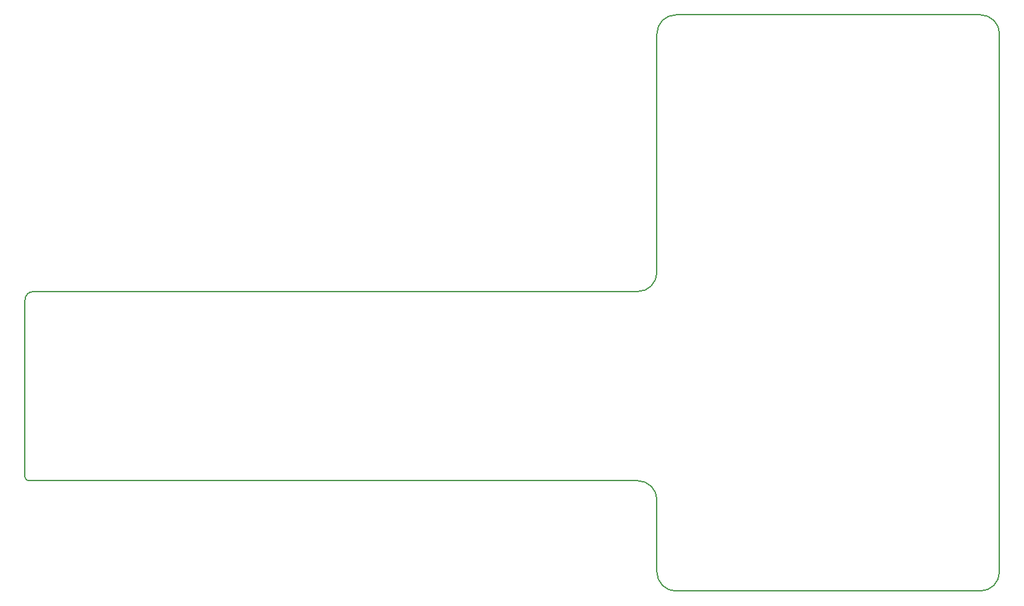
<source format=gm1>
G04 #@! TF.GenerationSoftware,KiCad,Pcbnew,(5.1.5-0-10_14)*
G04 #@! TF.CreationDate,2020-07-11T23:44:54-04:00*
G04 #@! TF.ProjectId,MacPlusVGA,4d616350-6c75-4735-9647-412e6b696361,rev?*
G04 #@! TF.SameCoordinates,Original*
G04 #@! TF.FileFunction,Profile,NP*
%FSLAX46Y46*%
G04 Gerber Fmt 4.6, Leading zero omitted, Abs format (unit mm)*
G04 Created by KiCad (PCBNEW (5.1.5-0-10_14)) date 2020-07-11 23:44:54*
%MOMM*%
%LPD*%
G04 APERTURE LIST*
%ADD10C,0.150000*%
G04 APERTURE END LIST*
D10*
X85725000Y-128270000D02*
G75*
G02X85217000Y-127762000I0J508000D01*
G01*
X85217000Y-104140000D02*
G75*
G02X86360000Y-102997000I1143000J0D01*
G01*
X215265000Y-140462000D02*
G75*
G02X212725000Y-143002000I-2540000J0D01*
G01*
X172085000Y-143002000D02*
G75*
G02X169545000Y-140462000I0J2540000D01*
G01*
X212725000Y-66040000D02*
G75*
G02X215265000Y-68580000I0J-2540000D01*
G01*
X169545000Y-68580000D02*
G75*
G02X172085000Y-66040000I2540000J0D01*
G01*
X169545000Y-100457000D02*
G75*
G02X167005000Y-102997000I-2540000J0D01*
G01*
X167005000Y-128270000D02*
G75*
G02X169545000Y-130810000I0J-2540000D01*
G01*
X212725000Y-143002000D02*
X172085000Y-143002000D01*
X215265000Y-68580000D02*
X215265000Y-140462000D01*
X172085000Y-66040000D02*
X212725000Y-66040000D01*
X169545000Y-100457000D02*
X169545000Y-68580000D01*
X169545000Y-130810000D02*
X169545000Y-140462000D01*
X86360000Y-102997000D02*
X167005000Y-102997000D01*
X85725000Y-128270000D02*
X167005000Y-128270000D01*
X85217000Y-104140000D02*
X85217000Y-127762000D01*
M02*

</source>
